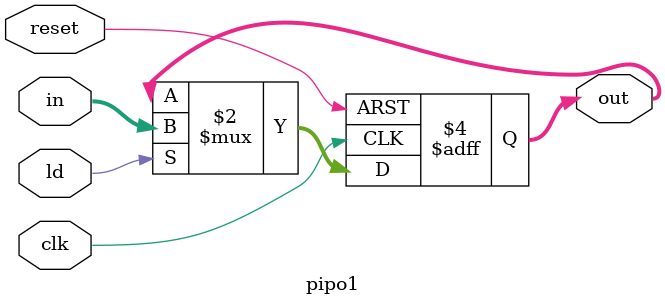
<source format=v>
`timescale 1ns / 1ps


module pipo1(output reg [31:0] out, input [31:0] in, input ld,clk,reset);
always @(posedge clk,posedge reset)
begin
    if(reset)
        out <= 0;
    else if(ld)
        out <= in;       
end
endmodule

</source>
